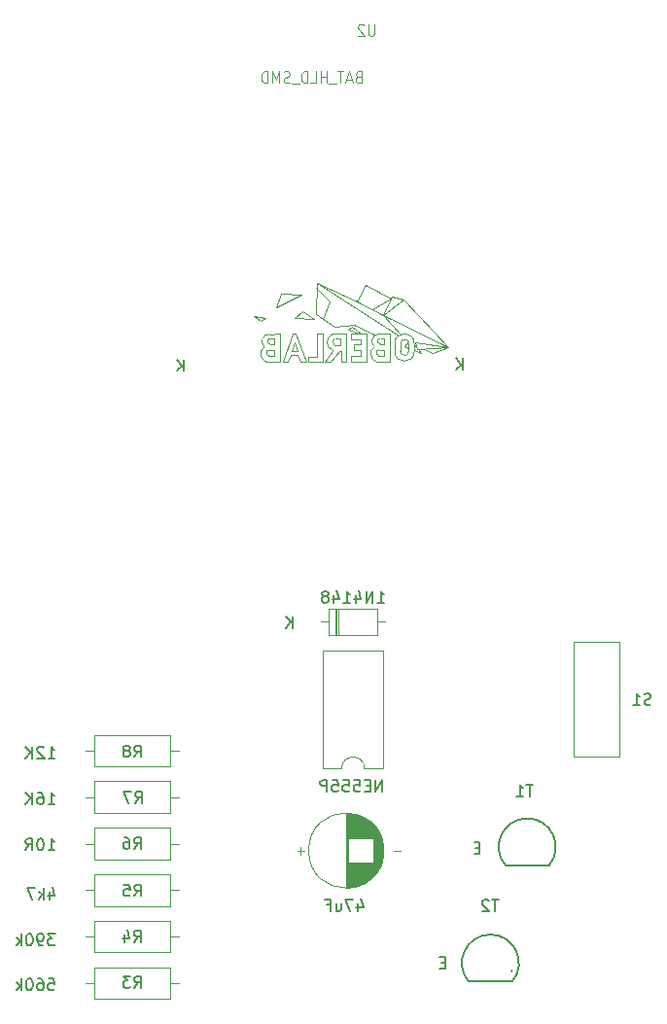
<source format=gbr>
%TF.GenerationSoftware,KiCad,Pcbnew,9.0.6*%
%TF.CreationDate,2025-12-30T06:04:07+01:00*%
%TF.ProjectId,Rocket,526f636b-6574-42e6-9b69-6361645f7063,rev?*%
%TF.SameCoordinates,Original*%
%TF.FileFunction,Legend,Bot*%
%TF.FilePolarity,Positive*%
%FSLAX46Y46*%
G04 Gerber Fmt 4.6, Leading zero omitted, Abs format (unit mm)*
G04 Created by KiCad (PCBNEW 9.0.6) date 2025-12-30 06:04:07*
%MOMM*%
%LPD*%
G01*
G04 APERTURE LIST*
%ADD10C,0.150000*%
%ADD11C,0.050000*%
%ADD12C,0.120000*%
%ADD13C,0.010000*%
G04 APERTURE END LIST*
D10*
X161514047Y-132816532D02*
X165300000Y-132800000D01*
X161514046Y-132816532D02*
G75*
G02*
X165300000Y-132800000I1885954J1616532D01*
G01*
X164724893Y-122700456D02*
G75*
G02*
X168510850Y-122683927I1885957J1616536D01*
G01*
X164724894Y-122700456D02*
X168510847Y-122683924D01*
X159463220Y-131146009D02*
X159129887Y-131146009D01*
X158987030Y-131669819D02*
X159463220Y-131669819D01*
X159463220Y-131669819D02*
X159463220Y-130669819D01*
X159463220Y-130669819D02*
X158987030Y-130669819D01*
X164106077Y-125669819D02*
X163534649Y-125669819D01*
X163820363Y-126669819D02*
X163820363Y-125669819D01*
X163248934Y-125765057D02*
X163201315Y-125717438D01*
X163201315Y-125717438D02*
X163106077Y-125669819D01*
X163106077Y-125669819D02*
X162867982Y-125669819D01*
X162867982Y-125669819D02*
X162772744Y-125717438D01*
X162772744Y-125717438D02*
X162725125Y-125765057D01*
X162725125Y-125765057D02*
X162677506Y-125860295D01*
X162677506Y-125860295D02*
X162677506Y-125955533D01*
X162677506Y-125955533D02*
X162725125Y-126098390D01*
X162725125Y-126098390D02*
X163296553Y-126669819D01*
X163296553Y-126669819D02*
X162677506Y-126669819D01*
X160961904Y-78545180D02*
X160961904Y-79545180D01*
X160390476Y-78545180D02*
X160819047Y-79116609D01*
X160390476Y-79545180D02*
X160961904Y-78973752D01*
X136661904Y-78645180D02*
X136661904Y-79645180D01*
X136090476Y-78645180D02*
X136519047Y-79216609D01*
X136090476Y-79645180D02*
X136661904Y-79073752D01*
X162463220Y-121146009D02*
X162129887Y-121146009D01*
X161987030Y-121669819D02*
X162463220Y-121669819D01*
X162463220Y-121669819D02*
X162463220Y-120669819D01*
X162463220Y-120669819D02*
X161987030Y-120669819D01*
X167106077Y-115669819D02*
X166534649Y-115669819D01*
X166820363Y-116669819D02*
X166820363Y-115669819D01*
X165677506Y-116669819D02*
X166248934Y-116669819D01*
X165963220Y-116669819D02*
X165963220Y-115669819D01*
X165963220Y-115669819D02*
X166058458Y-115812676D01*
X166058458Y-115812676D02*
X166153696Y-115907914D01*
X166153696Y-115907914D02*
X166248934Y-115955533D01*
X151866666Y-125988152D02*
X151866666Y-126654819D01*
X152104761Y-125607200D02*
X152342856Y-126321485D01*
X152342856Y-126321485D02*
X151723809Y-126321485D01*
X151438094Y-125654819D02*
X150771428Y-125654819D01*
X150771428Y-125654819D02*
X151199999Y-126654819D01*
X149961904Y-125988152D02*
X149961904Y-126654819D01*
X150390475Y-125988152D02*
X150390475Y-126511961D01*
X150390475Y-126511961D02*
X150342856Y-126607200D01*
X150342856Y-126607200D02*
X150247618Y-126654819D01*
X150247618Y-126654819D02*
X150104761Y-126654819D01*
X150104761Y-126654819D02*
X150009523Y-126607200D01*
X150009523Y-126607200D02*
X149961904Y-126559580D01*
X149152380Y-126131009D02*
X149485713Y-126131009D01*
X149485713Y-126654819D02*
X149485713Y-125654819D01*
X149485713Y-125654819D02*
X149009523Y-125654819D01*
X177361904Y-108667200D02*
X177219047Y-108714819D01*
X177219047Y-108714819D02*
X176980952Y-108714819D01*
X176980952Y-108714819D02*
X176885714Y-108667200D01*
X176885714Y-108667200D02*
X176838095Y-108619580D01*
X176838095Y-108619580D02*
X176790476Y-108524342D01*
X176790476Y-108524342D02*
X176790476Y-108429104D01*
X176790476Y-108429104D02*
X176838095Y-108333866D01*
X176838095Y-108333866D02*
X176885714Y-108286247D01*
X176885714Y-108286247D02*
X176980952Y-108238628D01*
X176980952Y-108238628D02*
X177171428Y-108191009D01*
X177171428Y-108191009D02*
X177266666Y-108143390D01*
X177266666Y-108143390D02*
X177314285Y-108095771D01*
X177314285Y-108095771D02*
X177361904Y-108000533D01*
X177361904Y-108000533D02*
X177361904Y-107905295D01*
X177361904Y-107905295D02*
X177314285Y-107810057D01*
X177314285Y-107810057D02*
X177266666Y-107762438D01*
X177266666Y-107762438D02*
X177171428Y-107714819D01*
X177171428Y-107714819D02*
X176933333Y-107714819D01*
X176933333Y-107714819D02*
X176790476Y-107762438D01*
X175838095Y-108714819D02*
X176409523Y-108714819D01*
X176123809Y-108714819D02*
X176123809Y-107714819D01*
X176123809Y-107714819D02*
X176219047Y-107857676D01*
X176219047Y-107857676D02*
X176314285Y-107952914D01*
X176314285Y-107952914D02*
X176409523Y-108000533D01*
X153576757Y-99828319D02*
X154148185Y-99828319D01*
X153862471Y-99828319D02*
X153862471Y-98828319D01*
X153862471Y-98828319D02*
X153957709Y-98971176D01*
X153957709Y-98971176D02*
X154052947Y-99066414D01*
X154052947Y-99066414D02*
X154148185Y-99114033D01*
X153148185Y-99828319D02*
X153148185Y-98828319D01*
X153148185Y-98828319D02*
X152576757Y-99828319D01*
X152576757Y-99828319D02*
X152576757Y-98828319D01*
X151671995Y-99161652D02*
X151671995Y-99828319D01*
X151910090Y-98780700D02*
X152148185Y-99494985D01*
X152148185Y-99494985D02*
X151529138Y-99494985D01*
X150624376Y-99828319D02*
X151195804Y-99828319D01*
X150910090Y-99828319D02*
X150910090Y-98828319D01*
X150910090Y-98828319D02*
X151005328Y-98971176D01*
X151005328Y-98971176D02*
X151100566Y-99066414D01*
X151100566Y-99066414D02*
X151195804Y-99114033D01*
X149767233Y-99161652D02*
X149767233Y-99828319D01*
X150005328Y-98780700D02*
X150243423Y-99494985D01*
X150243423Y-99494985D02*
X149624376Y-99494985D01*
X149100566Y-99256890D02*
X149195804Y-99209271D01*
X149195804Y-99209271D02*
X149243423Y-99161652D01*
X149243423Y-99161652D02*
X149291042Y-99066414D01*
X149291042Y-99066414D02*
X149291042Y-99018795D01*
X149291042Y-99018795D02*
X149243423Y-98923557D01*
X149243423Y-98923557D02*
X149195804Y-98875938D01*
X149195804Y-98875938D02*
X149100566Y-98828319D01*
X149100566Y-98828319D02*
X148910090Y-98828319D01*
X148910090Y-98828319D02*
X148814852Y-98875938D01*
X148814852Y-98875938D02*
X148767233Y-98923557D01*
X148767233Y-98923557D02*
X148719614Y-99018795D01*
X148719614Y-99018795D02*
X148719614Y-99066414D01*
X148719614Y-99066414D02*
X148767233Y-99161652D01*
X148767233Y-99161652D02*
X148814852Y-99209271D01*
X148814852Y-99209271D02*
X148910090Y-99256890D01*
X148910090Y-99256890D02*
X149100566Y-99256890D01*
X149100566Y-99256890D02*
X149195804Y-99304509D01*
X149195804Y-99304509D02*
X149243423Y-99352128D01*
X149243423Y-99352128D02*
X149291042Y-99447366D01*
X149291042Y-99447366D02*
X149291042Y-99637842D01*
X149291042Y-99637842D02*
X149243423Y-99733080D01*
X149243423Y-99733080D02*
X149195804Y-99780700D01*
X149195804Y-99780700D02*
X149100566Y-99828319D01*
X149100566Y-99828319D02*
X148910090Y-99828319D01*
X148910090Y-99828319D02*
X148814852Y-99780700D01*
X148814852Y-99780700D02*
X148767233Y-99733080D01*
X148767233Y-99733080D02*
X148719614Y-99637842D01*
X148719614Y-99637842D02*
X148719614Y-99447366D01*
X148719614Y-99447366D02*
X148767233Y-99352128D01*
X148767233Y-99352128D02*
X148814852Y-99304509D01*
X148814852Y-99304509D02*
X148910090Y-99256890D01*
X146161904Y-102054819D02*
X146161904Y-101054819D01*
X145590476Y-102054819D02*
X146019047Y-101483390D01*
X145590476Y-101054819D02*
X146161904Y-101626247D01*
X132366666Y-121254819D02*
X132699999Y-120778628D01*
X132938094Y-121254819D02*
X132938094Y-120254819D01*
X132938094Y-120254819D02*
X132557142Y-120254819D01*
X132557142Y-120254819D02*
X132461904Y-120302438D01*
X132461904Y-120302438D02*
X132414285Y-120350057D01*
X132414285Y-120350057D02*
X132366666Y-120445295D01*
X132366666Y-120445295D02*
X132366666Y-120588152D01*
X132366666Y-120588152D02*
X132414285Y-120683390D01*
X132414285Y-120683390D02*
X132461904Y-120731009D01*
X132461904Y-120731009D02*
X132557142Y-120778628D01*
X132557142Y-120778628D02*
X132938094Y-120778628D01*
X131509523Y-120254819D02*
X131699999Y-120254819D01*
X131699999Y-120254819D02*
X131795237Y-120302438D01*
X131795237Y-120302438D02*
X131842856Y-120350057D01*
X131842856Y-120350057D02*
X131938094Y-120492914D01*
X131938094Y-120492914D02*
X131985713Y-120683390D01*
X131985713Y-120683390D02*
X131985713Y-121064342D01*
X131985713Y-121064342D02*
X131938094Y-121159580D01*
X131938094Y-121159580D02*
X131890475Y-121207200D01*
X131890475Y-121207200D02*
X131795237Y-121254819D01*
X131795237Y-121254819D02*
X131604761Y-121254819D01*
X131604761Y-121254819D02*
X131509523Y-121207200D01*
X131509523Y-121207200D02*
X131461904Y-121159580D01*
X131461904Y-121159580D02*
X131414285Y-121064342D01*
X131414285Y-121064342D02*
X131414285Y-120826247D01*
X131414285Y-120826247D02*
X131461904Y-120731009D01*
X131461904Y-120731009D02*
X131509523Y-120683390D01*
X131509523Y-120683390D02*
X131604761Y-120635771D01*
X131604761Y-120635771D02*
X131795237Y-120635771D01*
X131795237Y-120635771D02*
X131890475Y-120683390D01*
X131890475Y-120683390D02*
X131938094Y-120731009D01*
X131938094Y-120731009D02*
X131985713Y-120826247D01*
X124890476Y-121354819D02*
X125461904Y-121354819D01*
X125176190Y-121354819D02*
X125176190Y-120354819D01*
X125176190Y-120354819D02*
X125271428Y-120497676D01*
X125271428Y-120497676D02*
X125366666Y-120592914D01*
X125366666Y-120592914D02*
X125461904Y-120640533D01*
X124271428Y-120354819D02*
X124176190Y-120354819D01*
X124176190Y-120354819D02*
X124080952Y-120402438D01*
X124080952Y-120402438D02*
X124033333Y-120450057D01*
X124033333Y-120450057D02*
X123985714Y-120545295D01*
X123985714Y-120545295D02*
X123938095Y-120735771D01*
X123938095Y-120735771D02*
X123938095Y-120973866D01*
X123938095Y-120973866D02*
X123985714Y-121164342D01*
X123985714Y-121164342D02*
X124033333Y-121259580D01*
X124033333Y-121259580D02*
X124080952Y-121307200D01*
X124080952Y-121307200D02*
X124176190Y-121354819D01*
X124176190Y-121354819D02*
X124271428Y-121354819D01*
X124271428Y-121354819D02*
X124366666Y-121307200D01*
X124366666Y-121307200D02*
X124414285Y-121259580D01*
X124414285Y-121259580D02*
X124461904Y-121164342D01*
X124461904Y-121164342D02*
X124509523Y-120973866D01*
X124509523Y-120973866D02*
X124509523Y-120735771D01*
X124509523Y-120735771D02*
X124461904Y-120545295D01*
X124461904Y-120545295D02*
X124414285Y-120450057D01*
X124414285Y-120450057D02*
X124366666Y-120402438D01*
X124366666Y-120402438D02*
X124271428Y-120354819D01*
X122938095Y-121354819D02*
X123271428Y-120878628D01*
X123509523Y-121354819D02*
X123509523Y-120354819D01*
X123509523Y-120354819D02*
X123128571Y-120354819D01*
X123128571Y-120354819D02*
X123033333Y-120402438D01*
X123033333Y-120402438D02*
X122985714Y-120450057D01*
X122985714Y-120450057D02*
X122938095Y-120545295D01*
X122938095Y-120545295D02*
X122938095Y-120688152D01*
X122938095Y-120688152D02*
X122985714Y-120783390D01*
X122985714Y-120783390D02*
X123033333Y-120831009D01*
X123033333Y-120831009D02*
X123128571Y-120878628D01*
X123128571Y-120878628D02*
X123509523Y-120878628D01*
X132386666Y-125354819D02*
X132719999Y-124878628D01*
X132958094Y-125354819D02*
X132958094Y-124354819D01*
X132958094Y-124354819D02*
X132577142Y-124354819D01*
X132577142Y-124354819D02*
X132481904Y-124402438D01*
X132481904Y-124402438D02*
X132434285Y-124450057D01*
X132434285Y-124450057D02*
X132386666Y-124545295D01*
X132386666Y-124545295D02*
X132386666Y-124688152D01*
X132386666Y-124688152D02*
X132434285Y-124783390D01*
X132434285Y-124783390D02*
X132481904Y-124831009D01*
X132481904Y-124831009D02*
X132577142Y-124878628D01*
X132577142Y-124878628D02*
X132958094Y-124878628D01*
X131481904Y-124354819D02*
X131958094Y-124354819D01*
X131958094Y-124354819D02*
X132005713Y-124831009D01*
X132005713Y-124831009D02*
X131958094Y-124783390D01*
X131958094Y-124783390D02*
X131862856Y-124735771D01*
X131862856Y-124735771D02*
X131624761Y-124735771D01*
X131624761Y-124735771D02*
X131529523Y-124783390D01*
X131529523Y-124783390D02*
X131481904Y-124831009D01*
X131481904Y-124831009D02*
X131434285Y-124926247D01*
X131434285Y-124926247D02*
X131434285Y-125164342D01*
X131434285Y-125164342D02*
X131481904Y-125259580D01*
X131481904Y-125259580D02*
X131529523Y-125307200D01*
X131529523Y-125307200D02*
X131624761Y-125354819D01*
X131624761Y-125354819D02*
X131862856Y-125354819D01*
X131862856Y-125354819D02*
X131958094Y-125307200D01*
X131958094Y-125307200D02*
X132005713Y-125259580D01*
X124990476Y-124988152D02*
X124990476Y-125654819D01*
X125228571Y-124607200D02*
X125466666Y-125321485D01*
X125466666Y-125321485D02*
X124847619Y-125321485D01*
X124466666Y-125654819D02*
X124466666Y-124654819D01*
X124371428Y-125273866D02*
X124085714Y-125654819D01*
X124085714Y-124988152D02*
X124466666Y-125369104D01*
X123752380Y-124654819D02*
X123085714Y-124654819D01*
X123085714Y-124654819D02*
X123514285Y-125654819D01*
X153966666Y-116254819D02*
X153966666Y-115254819D01*
X153966666Y-115254819D02*
X153395238Y-116254819D01*
X153395238Y-116254819D02*
X153395238Y-115254819D01*
X152919047Y-115731009D02*
X152585714Y-115731009D01*
X152442857Y-116254819D02*
X152919047Y-116254819D01*
X152919047Y-116254819D02*
X152919047Y-115254819D01*
X152919047Y-115254819D02*
X152442857Y-115254819D01*
X151538095Y-115254819D02*
X152014285Y-115254819D01*
X152014285Y-115254819D02*
X152061904Y-115731009D01*
X152061904Y-115731009D02*
X152014285Y-115683390D01*
X152014285Y-115683390D02*
X151919047Y-115635771D01*
X151919047Y-115635771D02*
X151680952Y-115635771D01*
X151680952Y-115635771D02*
X151585714Y-115683390D01*
X151585714Y-115683390D02*
X151538095Y-115731009D01*
X151538095Y-115731009D02*
X151490476Y-115826247D01*
X151490476Y-115826247D02*
X151490476Y-116064342D01*
X151490476Y-116064342D02*
X151538095Y-116159580D01*
X151538095Y-116159580D02*
X151585714Y-116207200D01*
X151585714Y-116207200D02*
X151680952Y-116254819D01*
X151680952Y-116254819D02*
X151919047Y-116254819D01*
X151919047Y-116254819D02*
X152014285Y-116207200D01*
X152014285Y-116207200D02*
X152061904Y-116159580D01*
X150585714Y-115254819D02*
X151061904Y-115254819D01*
X151061904Y-115254819D02*
X151109523Y-115731009D01*
X151109523Y-115731009D02*
X151061904Y-115683390D01*
X151061904Y-115683390D02*
X150966666Y-115635771D01*
X150966666Y-115635771D02*
X150728571Y-115635771D01*
X150728571Y-115635771D02*
X150633333Y-115683390D01*
X150633333Y-115683390D02*
X150585714Y-115731009D01*
X150585714Y-115731009D02*
X150538095Y-115826247D01*
X150538095Y-115826247D02*
X150538095Y-116064342D01*
X150538095Y-116064342D02*
X150585714Y-116159580D01*
X150585714Y-116159580D02*
X150633333Y-116207200D01*
X150633333Y-116207200D02*
X150728571Y-116254819D01*
X150728571Y-116254819D02*
X150966666Y-116254819D01*
X150966666Y-116254819D02*
X151061904Y-116207200D01*
X151061904Y-116207200D02*
X151109523Y-116159580D01*
X149633333Y-115254819D02*
X150109523Y-115254819D01*
X150109523Y-115254819D02*
X150157142Y-115731009D01*
X150157142Y-115731009D02*
X150109523Y-115683390D01*
X150109523Y-115683390D02*
X150014285Y-115635771D01*
X150014285Y-115635771D02*
X149776190Y-115635771D01*
X149776190Y-115635771D02*
X149680952Y-115683390D01*
X149680952Y-115683390D02*
X149633333Y-115731009D01*
X149633333Y-115731009D02*
X149585714Y-115826247D01*
X149585714Y-115826247D02*
X149585714Y-116064342D01*
X149585714Y-116064342D02*
X149633333Y-116159580D01*
X149633333Y-116159580D02*
X149680952Y-116207200D01*
X149680952Y-116207200D02*
X149776190Y-116254819D01*
X149776190Y-116254819D02*
X150014285Y-116254819D01*
X150014285Y-116254819D02*
X150109523Y-116207200D01*
X150109523Y-116207200D02*
X150157142Y-116159580D01*
X149157142Y-116254819D02*
X149157142Y-115254819D01*
X149157142Y-115254819D02*
X148776190Y-115254819D01*
X148776190Y-115254819D02*
X148680952Y-115302438D01*
X148680952Y-115302438D02*
X148633333Y-115350057D01*
X148633333Y-115350057D02*
X148585714Y-115445295D01*
X148585714Y-115445295D02*
X148585714Y-115588152D01*
X148585714Y-115588152D02*
X148633333Y-115683390D01*
X148633333Y-115683390D02*
X148680952Y-115731009D01*
X148680952Y-115731009D02*
X148776190Y-115778628D01*
X148776190Y-115778628D02*
X149157142Y-115778628D01*
X132466666Y-117254819D02*
X132799999Y-116778628D01*
X133038094Y-117254819D02*
X133038094Y-116254819D01*
X133038094Y-116254819D02*
X132657142Y-116254819D01*
X132657142Y-116254819D02*
X132561904Y-116302438D01*
X132561904Y-116302438D02*
X132514285Y-116350057D01*
X132514285Y-116350057D02*
X132466666Y-116445295D01*
X132466666Y-116445295D02*
X132466666Y-116588152D01*
X132466666Y-116588152D02*
X132514285Y-116683390D01*
X132514285Y-116683390D02*
X132561904Y-116731009D01*
X132561904Y-116731009D02*
X132657142Y-116778628D01*
X132657142Y-116778628D02*
X133038094Y-116778628D01*
X132133332Y-116254819D02*
X131466666Y-116254819D01*
X131466666Y-116254819D02*
X131895237Y-117254819D01*
X124890476Y-117354819D02*
X125461904Y-117354819D01*
X125176190Y-117354819D02*
X125176190Y-116354819D01*
X125176190Y-116354819D02*
X125271428Y-116497676D01*
X125271428Y-116497676D02*
X125366666Y-116592914D01*
X125366666Y-116592914D02*
X125461904Y-116640533D01*
X124033333Y-116354819D02*
X124223809Y-116354819D01*
X124223809Y-116354819D02*
X124319047Y-116402438D01*
X124319047Y-116402438D02*
X124366666Y-116450057D01*
X124366666Y-116450057D02*
X124461904Y-116592914D01*
X124461904Y-116592914D02*
X124509523Y-116783390D01*
X124509523Y-116783390D02*
X124509523Y-117164342D01*
X124509523Y-117164342D02*
X124461904Y-117259580D01*
X124461904Y-117259580D02*
X124414285Y-117307200D01*
X124414285Y-117307200D02*
X124319047Y-117354819D01*
X124319047Y-117354819D02*
X124128571Y-117354819D01*
X124128571Y-117354819D02*
X124033333Y-117307200D01*
X124033333Y-117307200D02*
X123985714Y-117259580D01*
X123985714Y-117259580D02*
X123938095Y-117164342D01*
X123938095Y-117164342D02*
X123938095Y-116926247D01*
X123938095Y-116926247D02*
X123985714Y-116831009D01*
X123985714Y-116831009D02*
X124033333Y-116783390D01*
X124033333Y-116783390D02*
X124128571Y-116735771D01*
X124128571Y-116735771D02*
X124319047Y-116735771D01*
X124319047Y-116735771D02*
X124414285Y-116783390D01*
X124414285Y-116783390D02*
X124461904Y-116831009D01*
X124461904Y-116831009D02*
X124509523Y-116926247D01*
X123509523Y-117354819D02*
X123509523Y-116354819D01*
X122938095Y-117354819D02*
X123366666Y-116783390D01*
X122938095Y-116354819D02*
X123509523Y-116926247D01*
X132386666Y-113254819D02*
X132719999Y-112778628D01*
X132958094Y-113254819D02*
X132958094Y-112254819D01*
X132958094Y-112254819D02*
X132577142Y-112254819D01*
X132577142Y-112254819D02*
X132481904Y-112302438D01*
X132481904Y-112302438D02*
X132434285Y-112350057D01*
X132434285Y-112350057D02*
X132386666Y-112445295D01*
X132386666Y-112445295D02*
X132386666Y-112588152D01*
X132386666Y-112588152D02*
X132434285Y-112683390D01*
X132434285Y-112683390D02*
X132481904Y-112731009D01*
X132481904Y-112731009D02*
X132577142Y-112778628D01*
X132577142Y-112778628D02*
X132958094Y-112778628D01*
X131815237Y-112683390D02*
X131910475Y-112635771D01*
X131910475Y-112635771D02*
X131958094Y-112588152D01*
X131958094Y-112588152D02*
X132005713Y-112492914D01*
X132005713Y-112492914D02*
X132005713Y-112445295D01*
X132005713Y-112445295D02*
X131958094Y-112350057D01*
X131958094Y-112350057D02*
X131910475Y-112302438D01*
X131910475Y-112302438D02*
X131815237Y-112254819D01*
X131815237Y-112254819D02*
X131624761Y-112254819D01*
X131624761Y-112254819D02*
X131529523Y-112302438D01*
X131529523Y-112302438D02*
X131481904Y-112350057D01*
X131481904Y-112350057D02*
X131434285Y-112445295D01*
X131434285Y-112445295D02*
X131434285Y-112492914D01*
X131434285Y-112492914D02*
X131481904Y-112588152D01*
X131481904Y-112588152D02*
X131529523Y-112635771D01*
X131529523Y-112635771D02*
X131624761Y-112683390D01*
X131624761Y-112683390D02*
X131815237Y-112683390D01*
X131815237Y-112683390D02*
X131910475Y-112731009D01*
X131910475Y-112731009D02*
X131958094Y-112778628D01*
X131958094Y-112778628D02*
X132005713Y-112873866D01*
X132005713Y-112873866D02*
X132005713Y-113064342D01*
X132005713Y-113064342D02*
X131958094Y-113159580D01*
X131958094Y-113159580D02*
X131910475Y-113207200D01*
X131910475Y-113207200D02*
X131815237Y-113254819D01*
X131815237Y-113254819D02*
X131624761Y-113254819D01*
X131624761Y-113254819D02*
X131529523Y-113207200D01*
X131529523Y-113207200D02*
X131481904Y-113159580D01*
X131481904Y-113159580D02*
X131434285Y-113064342D01*
X131434285Y-113064342D02*
X131434285Y-112873866D01*
X131434285Y-112873866D02*
X131481904Y-112778628D01*
X131481904Y-112778628D02*
X131529523Y-112731009D01*
X131529523Y-112731009D02*
X131624761Y-112683390D01*
X124890476Y-113354819D02*
X125461904Y-113354819D01*
X125176190Y-113354819D02*
X125176190Y-112354819D01*
X125176190Y-112354819D02*
X125271428Y-112497676D01*
X125271428Y-112497676D02*
X125366666Y-112592914D01*
X125366666Y-112592914D02*
X125461904Y-112640533D01*
X124509523Y-112450057D02*
X124461904Y-112402438D01*
X124461904Y-112402438D02*
X124366666Y-112354819D01*
X124366666Y-112354819D02*
X124128571Y-112354819D01*
X124128571Y-112354819D02*
X124033333Y-112402438D01*
X124033333Y-112402438D02*
X123985714Y-112450057D01*
X123985714Y-112450057D02*
X123938095Y-112545295D01*
X123938095Y-112545295D02*
X123938095Y-112640533D01*
X123938095Y-112640533D02*
X123985714Y-112783390D01*
X123985714Y-112783390D02*
X124557142Y-113354819D01*
X124557142Y-113354819D02*
X123938095Y-113354819D01*
X123509523Y-113354819D02*
X123509523Y-112354819D01*
X122938095Y-113354819D02*
X123366666Y-112783390D01*
X122938095Y-112354819D02*
X123509523Y-112926247D01*
X132366666Y-129354819D02*
X132699999Y-128878628D01*
X132938094Y-129354819D02*
X132938094Y-128354819D01*
X132938094Y-128354819D02*
X132557142Y-128354819D01*
X132557142Y-128354819D02*
X132461904Y-128402438D01*
X132461904Y-128402438D02*
X132414285Y-128450057D01*
X132414285Y-128450057D02*
X132366666Y-128545295D01*
X132366666Y-128545295D02*
X132366666Y-128688152D01*
X132366666Y-128688152D02*
X132414285Y-128783390D01*
X132414285Y-128783390D02*
X132461904Y-128831009D01*
X132461904Y-128831009D02*
X132557142Y-128878628D01*
X132557142Y-128878628D02*
X132938094Y-128878628D01*
X131509523Y-128688152D02*
X131509523Y-129354819D01*
X131747618Y-128307200D02*
X131985713Y-129021485D01*
X131985713Y-129021485D02*
X131366666Y-129021485D01*
X125490475Y-128654819D02*
X124871428Y-128654819D01*
X124871428Y-128654819D02*
X125204761Y-129035771D01*
X125204761Y-129035771D02*
X125061904Y-129035771D01*
X125061904Y-129035771D02*
X124966666Y-129083390D01*
X124966666Y-129083390D02*
X124919047Y-129131009D01*
X124919047Y-129131009D02*
X124871428Y-129226247D01*
X124871428Y-129226247D02*
X124871428Y-129464342D01*
X124871428Y-129464342D02*
X124919047Y-129559580D01*
X124919047Y-129559580D02*
X124966666Y-129607200D01*
X124966666Y-129607200D02*
X125061904Y-129654819D01*
X125061904Y-129654819D02*
X125347618Y-129654819D01*
X125347618Y-129654819D02*
X125442856Y-129607200D01*
X125442856Y-129607200D02*
X125490475Y-129559580D01*
X124395237Y-129654819D02*
X124204761Y-129654819D01*
X124204761Y-129654819D02*
X124109523Y-129607200D01*
X124109523Y-129607200D02*
X124061904Y-129559580D01*
X124061904Y-129559580D02*
X123966666Y-129416723D01*
X123966666Y-129416723D02*
X123919047Y-129226247D01*
X123919047Y-129226247D02*
X123919047Y-128845295D01*
X123919047Y-128845295D02*
X123966666Y-128750057D01*
X123966666Y-128750057D02*
X124014285Y-128702438D01*
X124014285Y-128702438D02*
X124109523Y-128654819D01*
X124109523Y-128654819D02*
X124299999Y-128654819D01*
X124299999Y-128654819D02*
X124395237Y-128702438D01*
X124395237Y-128702438D02*
X124442856Y-128750057D01*
X124442856Y-128750057D02*
X124490475Y-128845295D01*
X124490475Y-128845295D02*
X124490475Y-129083390D01*
X124490475Y-129083390D02*
X124442856Y-129178628D01*
X124442856Y-129178628D02*
X124395237Y-129226247D01*
X124395237Y-129226247D02*
X124299999Y-129273866D01*
X124299999Y-129273866D02*
X124109523Y-129273866D01*
X124109523Y-129273866D02*
X124014285Y-129226247D01*
X124014285Y-129226247D02*
X123966666Y-129178628D01*
X123966666Y-129178628D02*
X123919047Y-129083390D01*
X123299999Y-128654819D02*
X123204761Y-128654819D01*
X123204761Y-128654819D02*
X123109523Y-128702438D01*
X123109523Y-128702438D02*
X123061904Y-128750057D01*
X123061904Y-128750057D02*
X123014285Y-128845295D01*
X123014285Y-128845295D02*
X122966666Y-129035771D01*
X122966666Y-129035771D02*
X122966666Y-129273866D01*
X122966666Y-129273866D02*
X123014285Y-129464342D01*
X123014285Y-129464342D02*
X123061904Y-129559580D01*
X123061904Y-129559580D02*
X123109523Y-129607200D01*
X123109523Y-129607200D02*
X123204761Y-129654819D01*
X123204761Y-129654819D02*
X123299999Y-129654819D01*
X123299999Y-129654819D02*
X123395237Y-129607200D01*
X123395237Y-129607200D02*
X123442856Y-129559580D01*
X123442856Y-129559580D02*
X123490475Y-129464342D01*
X123490475Y-129464342D02*
X123538094Y-129273866D01*
X123538094Y-129273866D02*
X123538094Y-129035771D01*
X123538094Y-129035771D02*
X123490475Y-128845295D01*
X123490475Y-128845295D02*
X123442856Y-128750057D01*
X123442856Y-128750057D02*
X123395237Y-128702438D01*
X123395237Y-128702438D02*
X123299999Y-128654819D01*
X122538094Y-129654819D02*
X122538094Y-128654819D01*
X122442856Y-129273866D02*
X122157142Y-129654819D01*
X122157142Y-128988152D02*
X122538094Y-129369104D01*
D11*
X153269714Y-49452019D02*
X153269714Y-50261542D01*
X153269714Y-50261542D02*
X153226857Y-50356780D01*
X153226857Y-50356780D02*
X153184000Y-50404400D01*
X153184000Y-50404400D02*
X153098285Y-50452019D01*
X153098285Y-50452019D02*
X152926857Y-50452019D01*
X152926857Y-50452019D02*
X152841142Y-50404400D01*
X152841142Y-50404400D02*
X152798285Y-50356780D01*
X152798285Y-50356780D02*
X152755428Y-50261542D01*
X152755428Y-50261542D02*
X152755428Y-49452019D01*
X152369714Y-49547257D02*
X152326857Y-49499638D01*
X152326857Y-49499638D02*
X152241143Y-49452019D01*
X152241143Y-49452019D02*
X152026857Y-49452019D01*
X152026857Y-49452019D02*
X151941143Y-49499638D01*
X151941143Y-49499638D02*
X151898285Y-49547257D01*
X151898285Y-49547257D02*
X151855428Y-49642495D01*
X151855428Y-49642495D02*
X151855428Y-49737733D01*
X151855428Y-49737733D02*
X151898285Y-49880590D01*
X151898285Y-49880590D02*
X152412571Y-50452019D01*
X152412571Y-50452019D02*
X151855428Y-50452019D01*
X151862570Y-54048209D02*
X151733998Y-54095828D01*
X151733998Y-54095828D02*
X151691141Y-54143447D01*
X151691141Y-54143447D02*
X151648284Y-54238685D01*
X151648284Y-54238685D02*
X151648284Y-54381542D01*
X151648284Y-54381542D02*
X151691141Y-54476780D01*
X151691141Y-54476780D02*
X151733998Y-54524400D01*
X151733998Y-54524400D02*
X151819713Y-54572019D01*
X151819713Y-54572019D02*
X152162570Y-54572019D01*
X152162570Y-54572019D02*
X152162570Y-53572019D01*
X152162570Y-53572019D02*
X151862570Y-53572019D01*
X151862570Y-53572019D02*
X151776856Y-53619638D01*
X151776856Y-53619638D02*
X151733998Y-53667257D01*
X151733998Y-53667257D02*
X151691141Y-53762495D01*
X151691141Y-53762495D02*
X151691141Y-53857733D01*
X151691141Y-53857733D02*
X151733998Y-53952971D01*
X151733998Y-53952971D02*
X151776856Y-54000590D01*
X151776856Y-54000590D02*
X151862570Y-54048209D01*
X151862570Y-54048209D02*
X152162570Y-54048209D01*
X151305427Y-54286304D02*
X150876856Y-54286304D01*
X151391141Y-54572019D02*
X151091141Y-53572019D01*
X151091141Y-53572019D02*
X150791141Y-54572019D01*
X150619712Y-53572019D02*
X150105427Y-53572019D01*
X150362569Y-54572019D02*
X150362569Y-53572019D01*
X150019713Y-54667257D02*
X149333998Y-54667257D01*
X149119713Y-54572019D02*
X149119713Y-53572019D01*
X149119713Y-54048209D02*
X148605427Y-54048209D01*
X148605427Y-54572019D02*
X148605427Y-53572019D01*
X147748284Y-54572019D02*
X148176856Y-54572019D01*
X148176856Y-54572019D02*
X148176856Y-53572019D01*
X147448285Y-54572019D02*
X147448285Y-53572019D01*
X147448285Y-53572019D02*
X147233999Y-53572019D01*
X147233999Y-53572019D02*
X147105428Y-53619638D01*
X147105428Y-53619638D02*
X147019713Y-53714876D01*
X147019713Y-53714876D02*
X146976856Y-53810114D01*
X146976856Y-53810114D02*
X146933999Y-54000590D01*
X146933999Y-54000590D02*
X146933999Y-54143447D01*
X146933999Y-54143447D02*
X146976856Y-54333923D01*
X146976856Y-54333923D02*
X147019713Y-54429161D01*
X147019713Y-54429161D02*
X147105428Y-54524400D01*
X147105428Y-54524400D02*
X147233999Y-54572019D01*
X147233999Y-54572019D02*
X147448285Y-54572019D01*
X146762571Y-54667257D02*
X146076856Y-54667257D01*
X145905428Y-54524400D02*
X145776857Y-54572019D01*
X145776857Y-54572019D02*
X145562571Y-54572019D01*
X145562571Y-54572019D02*
X145476857Y-54524400D01*
X145476857Y-54524400D02*
X145433999Y-54476780D01*
X145433999Y-54476780D02*
X145391142Y-54381542D01*
X145391142Y-54381542D02*
X145391142Y-54286304D01*
X145391142Y-54286304D02*
X145433999Y-54191066D01*
X145433999Y-54191066D02*
X145476857Y-54143447D01*
X145476857Y-54143447D02*
X145562571Y-54095828D01*
X145562571Y-54095828D02*
X145733999Y-54048209D01*
X145733999Y-54048209D02*
X145819714Y-54000590D01*
X145819714Y-54000590D02*
X145862571Y-53952971D01*
X145862571Y-53952971D02*
X145905428Y-53857733D01*
X145905428Y-53857733D02*
X145905428Y-53762495D01*
X145905428Y-53762495D02*
X145862571Y-53667257D01*
X145862571Y-53667257D02*
X145819714Y-53619638D01*
X145819714Y-53619638D02*
X145733999Y-53572019D01*
X145733999Y-53572019D02*
X145519714Y-53572019D01*
X145519714Y-53572019D02*
X145391142Y-53619638D01*
X145005428Y-54572019D02*
X145005428Y-53572019D01*
X145005428Y-53572019D02*
X144705428Y-54286304D01*
X144705428Y-54286304D02*
X144405428Y-53572019D01*
X144405428Y-53572019D02*
X144405428Y-54572019D01*
X143976857Y-54572019D02*
X143976857Y-53572019D01*
X143976857Y-53572019D02*
X143762571Y-53572019D01*
X143762571Y-53572019D02*
X143634000Y-53619638D01*
X143634000Y-53619638D02*
X143548285Y-53714876D01*
X143548285Y-53714876D02*
X143505428Y-53810114D01*
X143505428Y-53810114D02*
X143462571Y-54000590D01*
X143462571Y-54000590D02*
X143462571Y-54143447D01*
X143462571Y-54143447D02*
X143505428Y-54333923D01*
X143505428Y-54333923D02*
X143548285Y-54429161D01*
X143548285Y-54429161D02*
X143634000Y-54524400D01*
X143634000Y-54524400D02*
X143762571Y-54572019D01*
X143762571Y-54572019D02*
X143976857Y-54572019D01*
D10*
X132386666Y-133354819D02*
X132719999Y-132878628D01*
X132958094Y-133354819D02*
X132958094Y-132354819D01*
X132958094Y-132354819D02*
X132577142Y-132354819D01*
X132577142Y-132354819D02*
X132481904Y-132402438D01*
X132481904Y-132402438D02*
X132434285Y-132450057D01*
X132434285Y-132450057D02*
X132386666Y-132545295D01*
X132386666Y-132545295D02*
X132386666Y-132688152D01*
X132386666Y-132688152D02*
X132434285Y-132783390D01*
X132434285Y-132783390D02*
X132481904Y-132831009D01*
X132481904Y-132831009D02*
X132577142Y-132878628D01*
X132577142Y-132878628D02*
X132958094Y-132878628D01*
X132053332Y-132354819D02*
X131434285Y-132354819D01*
X131434285Y-132354819D02*
X131767618Y-132735771D01*
X131767618Y-132735771D02*
X131624761Y-132735771D01*
X131624761Y-132735771D02*
X131529523Y-132783390D01*
X131529523Y-132783390D02*
X131481904Y-132831009D01*
X131481904Y-132831009D02*
X131434285Y-132926247D01*
X131434285Y-132926247D02*
X131434285Y-133164342D01*
X131434285Y-133164342D02*
X131481904Y-133259580D01*
X131481904Y-133259580D02*
X131529523Y-133307200D01*
X131529523Y-133307200D02*
X131624761Y-133354819D01*
X131624761Y-133354819D02*
X131910475Y-133354819D01*
X131910475Y-133354819D02*
X132005713Y-133307200D01*
X132005713Y-133307200D02*
X132053332Y-133259580D01*
X124919047Y-132554819D02*
X125395237Y-132554819D01*
X125395237Y-132554819D02*
X125442856Y-133031009D01*
X125442856Y-133031009D02*
X125395237Y-132983390D01*
X125395237Y-132983390D02*
X125299999Y-132935771D01*
X125299999Y-132935771D02*
X125061904Y-132935771D01*
X125061904Y-132935771D02*
X124966666Y-132983390D01*
X124966666Y-132983390D02*
X124919047Y-133031009D01*
X124919047Y-133031009D02*
X124871428Y-133126247D01*
X124871428Y-133126247D02*
X124871428Y-133364342D01*
X124871428Y-133364342D02*
X124919047Y-133459580D01*
X124919047Y-133459580D02*
X124966666Y-133507200D01*
X124966666Y-133507200D02*
X125061904Y-133554819D01*
X125061904Y-133554819D02*
X125299999Y-133554819D01*
X125299999Y-133554819D02*
X125395237Y-133507200D01*
X125395237Y-133507200D02*
X125442856Y-133459580D01*
X124014285Y-132554819D02*
X124204761Y-132554819D01*
X124204761Y-132554819D02*
X124299999Y-132602438D01*
X124299999Y-132602438D02*
X124347618Y-132650057D01*
X124347618Y-132650057D02*
X124442856Y-132792914D01*
X124442856Y-132792914D02*
X124490475Y-132983390D01*
X124490475Y-132983390D02*
X124490475Y-133364342D01*
X124490475Y-133364342D02*
X124442856Y-133459580D01*
X124442856Y-133459580D02*
X124395237Y-133507200D01*
X124395237Y-133507200D02*
X124299999Y-133554819D01*
X124299999Y-133554819D02*
X124109523Y-133554819D01*
X124109523Y-133554819D02*
X124014285Y-133507200D01*
X124014285Y-133507200D02*
X123966666Y-133459580D01*
X123966666Y-133459580D02*
X123919047Y-133364342D01*
X123919047Y-133364342D02*
X123919047Y-133126247D01*
X123919047Y-133126247D02*
X123966666Y-133031009D01*
X123966666Y-133031009D02*
X124014285Y-132983390D01*
X124014285Y-132983390D02*
X124109523Y-132935771D01*
X124109523Y-132935771D02*
X124299999Y-132935771D01*
X124299999Y-132935771D02*
X124395237Y-132983390D01*
X124395237Y-132983390D02*
X124442856Y-133031009D01*
X124442856Y-133031009D02*
X124490475Y-133126247D01*
X123299999Y-132554819D02*
X123204761Y-132554819D01*
X123204761Y-132554819D02*
X123109523Y-132602438D01*
X123109523Y-132602438D02*
X123061904Y-132650057D01*
X123061904Y-132650057D02*
X123014285Y-132745295D01*
X123014285Y-132745295D02*
X122966666Y-132935771D01*
X122966666Y-132935771D02*
X122966666Y-133173866D01*
X122966666Y-133173866D02*
X123014285Y-133364342D01*
X123014285Y-133364342D02*
X123061904Y-133459580D01*
X123061904Y-133459580D02*
X123109523Y-133507200D01*
X123109523Y-133507200D02*
X123204761Y-133554819D01*
X123204761Y-133554819D02*
X123299999Y-133554819D01*
X123299999Y-133554819D02*
X123395237Y-133507200D01*
X123395237Y-133507200D02*
X123442856Y-133459580D01*
X123442856Y-133459580D02*
X123490475Y-133364342D01*
X123490475Y-133364342D02*
X123538094Y-133173866D01*
X123538094Y-133173866D02*
X123538094Y-132935771D01*
X123538094Y-132935771D02*
X123490475Y-132745295D01*
X123490475Y-132745295D02*
X123442856Y-132650057D01*
X123442856Y-132650057D02*
X123395237Y-132602438D01*
X123395237Y-132602438D02*
X123299999Y-132554819D01*
X122538094Y-133554819D02*
X122538094Y-132554819D01*
X122442856Y-133173866D02*
X122157142Y-133554819D01*
X122157142Y-132888152D02*
X122538094Y-133269104D01*
D11*
%TO.C,G\u002A\u002A\u002A*%
X142825000Y-74850000D02*
X143400000Y-75325000D01*
X143400000Y-75325000D02*
X143825000Y-75000000D01*
X143825000Y-75000000D02*
X142825000Y-74850000D01*
D12*
X144150000Y-76438605D02*
X145050000Y-76425000D01*
X144549999Y-77820050D02*
X144149999Y-77820050D01*
X144550000Y-76825000D02*
X144300000Y-76825000D01*
X144550000Y-76875000D02*
X144550000Y-77325000D01*
X144550000Y-77325000D02*
X144250000Y-77325000D01*
X144550000Y-77825000D02*
X144550000Y-78325000D01*
X144550000Y-78325000D02*
X144100000Y-78325000D01*
D11*
X144775000Y-74125000D02*
X145125000Y-72950000D01*
D12*
X145050000Y-76425000D02*
X145100000Y-78875000D01*
X145100000Y-78875000D02*
X143900000Y-78875000D01*
D11*
X145125000Y-72950000D02*
X146925000Y-73000000D01*
D12*
X145375000Y-78875000D02*
X146150000Y-76425000D01*
X145775000Y-78875000D02*
X145375000Y-78875000D01*
X146025000Y-78275000D02*
X145775000Y-78875000D01*
X146100000Y-77875000D02*
X146325000Y-77125000D01*
X146150000Y-76425000D02*
X146475000Y-76425000D01*
X146325000Y-77125000D02*
X146600000Y-77875000D01*
D11*
X146350000Y-75050000D02*
X148025000Y-75150000D01*
D12*
X146475000Y-76425000D02*
X147375000Y-78875000D01*
X146600000Y-77875000D02*
X146100000Y-77875000D01*
X146625000Y-78275000D02*
X146025000Y-78275000D01*
X146875000Y-78875000D02*
X146625000Y-78275000D01*
X146875000Y-78875000D02*
X147375000Y-78875000D01*
D11*
X146925000Y-73000000D02*
X144775000Y-74125000D01*
X147050000Y-74475000D02*
X146350000Y-75050000D01*
D12*
X147550000Y-78400000D02*
X147550000Y-78850000D01*
X147550000Y-78850000D02*
X148800000Y-78850000D01*
D11*
X148050000Y-75150000D02*
X147050000Y-74475000D01*
X148200000Y-74700000D02*
X149825000Y-75825000D01*
X148250000Y-72375000D02*
X149375000Y-73600000D01*
X148275000Y-71975000D02*
X148200000Y-74700000D01*
D12*
X148300000Y-78400000D02*
X147550000Y-78400000D01*
X148325000Y-76400000D02*
X148300000Y-78400000D01*
X148775000Y-76400000D02*
X148325000Y-76400000D01*
X148800000Y-78850000D02*
X148775000Y-76400000D01*
X148975000Y-78850000D02*
X149675000Y-77900000D01*
X149075000Y-78850000D02*
X148975000Y-78850000D01*
D11*
X149375000Y-73600000D02*
X148800000Y-75100000D01*
D12*
X149475000Y-78850000D02*
X149075000Y-78850000D01*
X149716269Y-76394594D02*
X150825000Y-76400000D01*
D11*
X149825000Y-75825000D02*
X151500000Y-75600000D01*
D12*
X149875000Y-76850000D02*
X150325000Y-76850000D01*
X150225000Y-77900000D02*
X149475000Y-78850000D01*
X150325000Y-76850000D02*
X150325000Y-77400000D01*
X150325000Y-77400000D02*
X149825000Y-77400000D01*
X150375000Y-77900000D02*
X150225000Y-77900000D01*
X150375000Y-78850000D02*
X150375000Y-77900000D01*
X150825000Y-76400000D02*
X150825000Y-78850000D01*
X150825000Y-78850000D02*
X150375000Y-78850000D01*
D11*
X150975000Y-76050000D02*
X151950000Y-76400000D01*
D12*
X151275000Y-76400000D02*
X152575000Y-76400000D01*
X151275000Y-76900000D02*
X151275000Y-76400000D01*
X151275000Y-78350000D02*
X152125000Y-78350000D01*
X151275000Y-78850000D02*
X151275000Y-78350000D01*
D11*
X151375000Y-75775000D02*
X150975000Y-76050000D01*
D12*
X151475000Y-77350000D02*
X152125000Y-77350000D01*
X151475000Y-77800000D02*
X151475000Y-77350000D01*
D11*
X151500000Y-75600000D02*
X153325000Y-76500000D01*
X151750000Y-73600000D02*
X148275000Y-71975000D01*
X151750000Y-73600000D02*
X154075000Y-74750000D01*
D12*
X152125000Y-76900000D02*
X151275000Y-76900000D01*
X152125000Y-77350000D02*
X152125000Y-76900000D01*
X152125000Y-77800000D02*
X151475000Y-77800000D01*
X152125000Y-78350000D02*
X152125000Y-77800000D01*
D11*
X152150000Y-76375000D02*
X151375000Y-75775000D01*
X152500000Y-72175000D02*
X151750000Y-73600000D01*
X152500000Y-72175000D02*
X154700000Y-73350000D01*
D12*
X152525000Y-78850000D02*
X151275000Y-78850000D01*
X152575000Y-76400000D02*
X152625000Y-78850000D01*
X152625000Y-78850000D02*
X152525000Y-78850000D01*
X153725000Y-76413605D02*
X154625000Y-76400000D01*
D11*
X154075000Y-74750000D02*
X155550000Y-76475000D01*
X154075000Y-74750000D02*
X159725000Y-77600000D01*
D12*
X154124999Y-77795050D02*
X153724999Y-77795050D01*
X154125000Y-76800000D02*
X153875000Y-76800000D01*
X154125000Y-76850000D02*
X154125000Y-77300000D01*
X154125000Y-77300000D02*
X153825000Y-77300000D01*
X154125000Y-77800000D02*
X154125000Y-78300000D01*
X154125000Y-78300000D02*
X153675000Y-78300000D01*
X154625000Y-76400000D02*
X154675000Y-78850000D01*
X154675000Y-78850000D02*
X153475000Y-78850000D01*
D11*
X154700000Y-73350000D02*
X153125000Y-74250000D01*
X154800000Y-73175000D02*
X154075000Y-74750000D01*
D12*
X155075000Y-77250000D02*
X155075000Y-77950000D01*
D11*
X155375000Y-76575000D02*
X148275000Y-71975000D01*
D12*
X155575000Y-77250000D02*
X155575000Y-77900000D01*
D11*
X155825000Y-73425000D02*
X154075000Y-74750000D01*
X155825000Y-73425000D02*
X154800000Y-73175000D01*
X155900000Y-77500000D02*
X156275000Y-77675000D01*
X156225000Y-77100000D02*
X155900000Y-77500000D01*
D12*
X156275000Y-77250000D02*
X156275000Y-77950000D01*
D11*
X156775000Y-77850000D02*
X157325000Y-78125000D01*
D12*
X156775000Y-77950000D02*
X156775000Y-77250000D01*
D11*
X156825000Y-77125000D02*
X157050000Y-77750000D01*
X157050000Y-77750000D02*
X159725000Y-77600000D01*
X157325000Y-78125000D02*
X156750000Y-77325000D01*
X158400000Y-78075000D02*
X157575000Y-77725000D01*
X159725000Y-77600000D02*
X155825000Y-73425000D01*
X159725000Y-77600000D02*
X156825000Y-77125000D01*
X159725000Y-77600000D02*
X158400000Y-78075000D01*
D12*
X143700001Y-77524999D02*
G75*
G02*
X144150000Y-76438605I449999J449999D01*
G01*
X143900001Y-78874999D02*
G75*
G02*
X143723744Y-77566063I249998J699999D01*
G01*
X144100001Y-78324999D02*
G75*
G02*
X144149999Y-77820050I49999J249999D01*
G01*
X144250000Y-77325000D02*
G75*
G02*
X144310634Y-76832464I0J250000D01*
G01*
X149700001Y-77849999D02*
G75*
G02*
X149716269Y-76394594I249999J724999D01*
G01*
X149825001Y-77399999D02*
G75*
G02*
X149825001Y-76850001I124999J274999D01*
G01*
X153275001Y-77499999D02*
G75*
G02*
X153725000Y-76413605I449999J449999D01*
G01*
X153475001Y-78849999D02*
G75*
G02*
X153298744Y-77541063I249998J699999D01*
G01*
X153675001Y-78299999D02*
G75*
G02*
X153724999Y-77795050I49999J249999D01*
G01*
X153825000Y-77300000D02*
G75*
G02*
X153885634Y-76807464I0J250000D01*
G01*
X155075000Y-77250000D02*
G75*
G02*
X156775000Y-77250000I850000J0D01*
G01*
X155575000Y-77250000D02*
G75*
G02*
X156275000Y-77250000I350000J0D01*
G01*
X156275000Y-77950000D02*
G75*
G02*
X155575000Y-77950000I-350000J0D01*
G01*
X156775000Y-77950000D02*
G75*
G02*
X155075000Y-77950000I-850000J0D01*
G01*
D13*
X165272361Y-131845226D02*
X165208542Y-131909045D01*
X165144723Y-131845226D01*
X165208542Y-131781407D01*
X165272361Y-131845226D01*
G36*
X165272361Y-131845226D02*
G01*
X165208542Y-131909045D01*
X165144723Y-131845226D01*
X165208542Y-131781407D01*
X165272361Y-131845226D01*
G37*
D12*
%TO.C,C1*%
X146585000Y-121425000D02*
X147215000Y-121425000D01*
X146900000Y-121740000D02*
X146900000Y-121110000D01*
X150850000Y-124630000D02*
X150850000Y-118170000D01*
X150890000Y-124630000D02*
X150890000Y-118170000D01*
X150930000Y-124630000D02*
X150930000Y-118170000D01*
X150970000Y-124628000D02*
X150970000Y-118172000D01*
X151010000Y-124627000D02*
X151010000Y-118173000D01*
X151050000Y-124624000D02*
X151050000Y-118176000D01*
X151090000Y-120360000D02*
X151090000Y-118178000D01*
X151090000Y-124622000D02*
X151090000Y-122440000D01*
X151130000Y-120360000D02*
X151130000Y-118182000D01*
X151130000Y-124618000D02*
X151130000Y-122440000D01*
X151170000Y-120360000D02*
X151170000Y-118185000D01*
X151170000Y-124615000D02*
X151170000Y-122440000D01*
X151210000Y-120360000D02*
X151210000Y-118189000D01*
X151210000Y-124611000D02*
X151210000Y-122440000D01*
X151250000Y-120360000D02*
X151250000Y-118194000D01*
X151250000Y-124606000D02*
X151250000Y-122440000D01*
X151290000Y-120360000D02*
X151290000Y-118199000D01*
X151290000Y-124601000D02*
X151290000Y-122440000D01*
X151330000Y-120360000D02*
X151330000Y-118205000D01*
X151330000Y-124595000D02*
X151330000Y-122440000D01*
X151370000Y-120360000D02*
X151370000Y-118211000D01*
X151370000Y-124589000D02*
X151370000Y-122440000D01*
X151410000Y-120360000D02*
X151410000Y-118218000D01*
X151410000Y-124582000D02*
X151410000Y-122440000D01*
X151450000Y-120360000D02*
X151450000Y-118225000D01*
X151450000Y-124575000D02*
X151450000Y-122440000D01*
X151490000Y-120360000D02*
X151490000Y-118233000D01*
X151490000Y-124567000D02*
X151490000Y-122440000D01*
X151530000Y-120360000D02*
X151530000Y-118241000D01*
X151530000Y-124559000D02*
X151530000Y-122440000D01*
X151571000Y-120360000D02*
X151571000Y-118250000D01*
X151571000Y-124550000D02*
X151571000Y-122440000D01*
X151611000Y-120360000D02*
X151611000Y-118259000D01*
X151611000Y-124541000D02*
X151611000Y-122440000D01*
X151651000Y-120360000D02*
X151651000Y-118269000D01*
X151651000Y-124531000D02*
X151651000Y-122440000D01*
X151691000Y-120360000D02*
X151691000Y-118279000D01*
X151691000Y-124521000D02*
X151691000Y-122440000D01*
X151731000Y-120360000D02*
X151731000Y-118290000D01*
X151731000Y-124510000D02*
X151731000Y-122440000D01*
X151771000Y-120360000D02*
X151771000Y-118302000D01*
X151771000Y-124498000D02*
X151771000Y-122440000D01*
X151811000Y-120360000D02*
X151811000Y-118314000D01*
X151811000Y-124486000D02*
X151811000Y-122440000D01*
X151851000Y-120360000D02*
X151851000Y-118326000D01*
X151851000Y-124474000D02*
X151851000Y-122440000D01*
X151891000Y-120360000D02*
X151891000Y-118339000D01*
X151891000Y-124461000D02*
X151891000Y-122440000D01*
X151931000Y-120360000D02*
X151931000Y-118353000D01*
X151931000Y-124447000D02*
X151931000Y-122440000D01*
X151971000Y-120360000D02*
X151971000Y-118367000D01*
X151971000Y-124433000D02*
X151971000Y-122440000D01*
X152011000Y-120360000D02*
X152011000Y-118382000D01*
X152011000Y-124418000D02*
X152011000Y-122440000D01*
X152051000Y-120360000D02*
X152051000Y-118398000D01*
X152051000Y-124402000D02*
X152051000Y-122440000D01*
X152091000Y-120360000D02*
X152091000Y-118414000D01*
X152091000Y-124386000D02*
X152091000Y-122440000D01*
X152131000Y-120360000D02*
X152131000Y-118430000D01*
X152131000Y-124370000D02*
X152131000Y-122440000D01*
X152171000Y-120360000D02*
X152171000Y-118448000D01*
X152171000Y-124352000D02*
X152171000Y-122440000D01*
X152211000Y-120360000D02*
X152211000Y-118466000D01*
X152211000Y-124334000D02*
X152211000Y-122440000D01*
X152251000Y-120360000D02*
X152251000Y-118484000D01*
X152251000Y-124316000D02*
X152251000Y-122440000D01*
X152291000Y-120360000D02*
X152291000Y-118504000D01*
X152291000Y-124296000D02*
X152291000Y-122440000D01*
X152331000Y-120360000D02*
X152331000Y-118524000D01*
X152331000Y-124276000D02*
X152331000Y-122440000D01*
X152371000Y-120360000D02*
X152371000Y-118544000D01*
X152371000Y-124256000D02*
X152371000Y-122440000D01*
X152411000Y-120360000D02*
X152411000Y-118566000D01*
X152411000Y-124234000D02*
X152411000Y-122440000D01*
X152451000Y-120360000D02*
X152451000Y-118588000D01*
X152451000Y-124212000D02*
X152451000Y-122440000D01*
X152491000Y-120360000D02*
X152491000Y-118610000D01*
X152491000Y-124190000D02*
X152491000Y-122440000D01*
X152531000Y-120360000D02*
X152531000Y-118634000D01*
X152531000Y-124166000D02*
X152531000Y-122440000D01*
X152571000Y-120360000D02*
X152571000Y-118658000D01*
X152571000Y-124142000D02*
X152571000Y-122440000D01*
X152611000Y-120360000D02*
X152611000Y-118684000D01*
X152611000Y-124116000D02*
X152611000Y-122440000D01*
X152651000Y-120360000D02*
X152651000Y-118710000D01*
X152651000Y-124090000D02*
X152651000Y-122440000D01*
X152691000Y-120360000D02*
X152691000Y-118736000D01*
X152691000Y-124064000D02*
X152691000Y-122440000D01*
X152731000Y-120360000D02*
X152731000Y-118764000D01*
X152731000Y-124036000D02*
X152731000Y-122440000D01*
X152771000Y-120360000D02*
X152771000Y-118793000D01*
X152771000Y-124007000D02*
X152771000Y-122440000D01*
X152811000Y-120360000D02*
X152811000Y-118822000D01*
X152811000Y-123978000D02*
X152811000Y-122440000D01*
X152851000Y-120360000D02*
X152851000Y-118852000D01*
X152851000Y-123948000D02*
X152851000Y-122440000D01*
X152891000Y-120360000D02*
X152891000Y-118884000D01*
X152891000Y-123916000D02*
X152891000Y-122440000D01*
X152931000Y-120360000D02*
X152931000Y-118916000D01*
X152931000Y-123884000D02*
X152931000Y-122440000D01*
X152971000Y-120360000D02*
X152971000Y-118950000D01*
X152971000Y-123850000D02*
X152971000Y-122440000D01*
X153011000Y-120360000D02*
X153011000Y-118984000D01*
X153011000Y-123816000D02*
X153011000Y-122440000D01*
X153051000Y-120360000D02*
X153051000Y-119020000D01*
X153051000Y-123780000D02*
X153051000Y-122440000D01*
X153091000Y-120360000D02*
X153091000Y-119057000D01*
X153091000Y-123743000D02*
X153091000Y-122440000D01*
X153131000Y-120360000D02*
X153131000Y-119095000D01*
X153131000Y-123705000D02*
X153131000Y-122440000D01*
X153171000Y-123665000D02*
X153171000Y-119135000D01*
X153211000Y-123624000D02*
X153211000Y-119176000D01*
X153251000Y-123582000D02*
X153251000Y-119218000D01*
X153291000Y-123537000D02*
X153291000Y-119263000D01*
X153331000Y-123492000D02*
X153331000Y-119308000D01*
X153371000Y-123444000D02*
X153371000Y-119356000D01*
X153411000Y-123395000D02*
X153411000Y-119405000D01*
X153451000Y-123344000D02*
X153451000Y-119456000D01*
X153491000Y-123290000D02*
X153491000Y-119510000D01*
X153531000Y-123234000D02*
X153531000Y-119566000D01*
X153571000Y-123176000D02*
X153571000Y-119624000D01*
X153611000Y-123114000D02*
X153611000Y-119686000D01*
X153651000Y-123050000D02*
X153651000Y-119750000D01*
X153691000Y-122981000D02*
X153691000Y-119819000D01*
X153731000Y-122909000D02*
X153731000Y-119891000D01*
X153771000Y-122832000D02*
X153771000Y-119968000D01*
X153811000Y-122750000D02*
X153811000Y-120050000D01*
X153851000Y-122662000D02*
X153851000Y-120138000D01*
X153891000Y-122565000D02*
X153891000Y-120235000D01*
X153931000Y-122459000D02*
X153931000Y-120341000D01*
X153971000Y-122340000D02*
X153971000Y-120460000D01*
X154011000Y-122202000D02*
X154011000Y-120598000D01*
X154051000Y-122033000D02*
X154051000Y-120767000D01*
X154091000Y-121802000D02*
X154091000Y-120998000D01*
X154970000Y-121400000D02*
X155600000Y-121400000D01*
X154120000Y-121400000D02*
G75*
G02*
X147580000Y-121400000I-3270000J0D01*
G01*
X147580000Y-121400000D02*
G75*
G02*
X154120000Y-121400000I3270000J0D01*
G01*
%TO.C,S1*%
X170669600Y-103230800D02*
X170669600Y-113187600D01*
X170669600Y-113187600D02*
X174606600Y-113213000D01*
X174606600Y-103230800D02*
X170669600Y-103230800D01*
X174606600Y-113187600D02*
X174606600Y-103230800D01*
%TO.C,D3*%
X148663900Y-101493500D02*
X149313900Y-101493500D01*
X149313900Y-100373500D02*
X153553900Y-100373500D01*
X149313900Y-102613500D02*
X149313900Y-100373500D01*
X149913900Y-102613500D02*
X149913900Y-100373500D01*
X150033900Y-102613500D02*
X150033900Y-100373500D01*
X150153900Y-102613500D02*
X150153900Y-100373500D01*
X153553900Y-100373500D02*
X153553900Y-102613500D01*
X153553900Y-102613500D02*
X149313900Y-102613500D01*
X154203900Y-101493500D02*
X153553900Y-101493500D01*
%TO.C,R6*%
X128180000Y-120800000D02*
X128950000Y-120800000D01*
X136260000Y-120800000D02*
X135490000Y-120800000D01*
X128950000Y-122170000D02*
X135490000Y-122170000D01*
X135490000Y-119430000D01*
X128950000Y-119430000D01*
X128950000Y-122170000D01*
%TO.C,R5*%
X128180000Y-124850000D02*
X128950000Y-124850000D01*
X136260000Y-124850000D02*
X135490000Y-124850000D01*
X128950000Y-126220000D02*
X135490000Y-126220000D01*
X135490000Y-123480000D01*
X128950000Y-123480000D01*
X128950000Y-126220000D01*
%TO.C,U1*%
X148793900Y-103983500D02*
X154093900Y-103983500D01*
X148793900Y-114263500D02*
X148793900Y-103983500D01*
X150443900Y-114263500D02*
X148793900Y-114263500D01*
X154093900Y-103983500D02*
X154093900Y-114263500D01*
X154093900Y-114263500D02*
X152443900Y-114263500D01*
X150443900Y-114263500D02*
G75*
G02*
X152443900Y-114263500I1000000J0D01*
G01*
%TO.C,R7*%
X128180000Y-116750000D02*
X128950000Y-116750000D01*
X136260000Y-116750000D02*
X135490000Y-116750000D01*
X128950000Y-118120000D02*
X135490000Y-118120000D01*
X135490000Y-115380000D01*
X128950000Y-115380000D01*
X128950000Y-118120000D01*
%TO.C,R8*%
X128180000Y-112700000D02*
X128950000Y-112700000D01*
X136260000Y-112700000D02*
X135490000Y-112700000D01*
X128950000Y-114070000D02*
X135490000Y-114070000D01*
X135490000Y-111330000D01*
X128950000Y-111330000D01*
X128950000Y-114070000D01*
%TO.C,R4*%
X128180000Y-128900000D02*
X128950000Y-128900000D01*
X136260000Y-128900000D02*
X135490000Y-128900000D01*
X128950000Y-130270000D02*
X135490000Y-130270000D01*
X135490000Y-127530000D01*
X128950000Y-127530000D01*
X128950000Y-130270000D01*
%TO.C,R3*%
X128180000Y-132950000D02*
X128950000Y-132950000D01*
X136260000Y-132950000D02*
X135490000Y-132950000D01*
X128950000Y-134320000D02*
X135490000Y-134320000D01*
X135490000Y-131580000D01*
X128950000Y-131580000D01*
X128950000Y-134320000D01*
%TD*%
M02*

</source>
